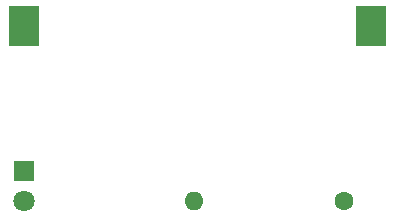
<source format=gbr>
%TF.GenerationSoftware,KiCad,Pcbnew,6.0.11+dfsg-1*%
%TF.CreationDate,2024-09-11T15:53:32+10:00*%
%TF.ProjectId,big_muff_pi_copy,6269675f-6d75-4666-965f-70695f636f70,V1*%
%TF.SameCoordinates,Original*%
%TF.FileFunction,Soldermask,Bot*%
%TF.FilePolarity,Negative*%
%FSLAX46Y46*%
G04 Gerber Fmt 4.6, Leading zero omitted, Abs format (unit mm)*
G04 Created by KiCad (PCBNEW 6.0.11+dfsg-1) date 2024-09-11 15:53:32*
%MOMM*%
%LPD*%
G01*
G04 APERTURE LIST*
%ADD10R,1.800000X1.800000*%
%ADD11C,1.800000*%
%ADD12C,1.600000*%
%ADD13O,1.600000X1.600000*%
%ADD14R,2.540000X3.510000*%
G04 APERTURE END LIST*
D10*
%TO.C,D1*%
X132302287Y-102482679D03*
D11*
X132302287Y-105022679D03*
%TD*%
D12*
%TO.C,R1*%
X159350000Y-105000000D03*
D13*
X146650000Y-105000000D03*
%TD*%
D14*
%TO.C,BT1*%
X161680000Y-90175000D03*
X132320000Y-90175000D03*
%TD*%
M02*

</source>
